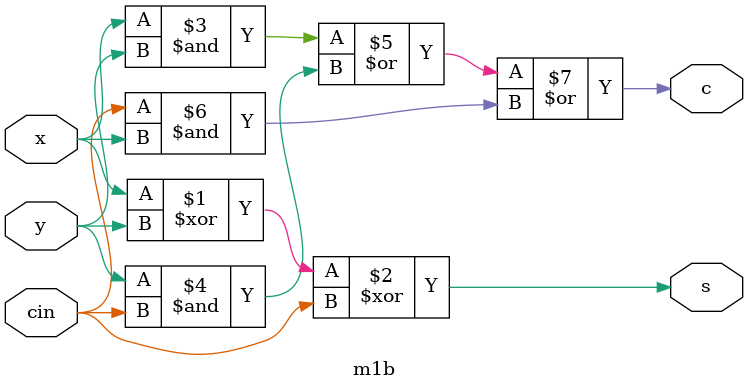
<source format=v>
module m1b(x,y,cin,s,c);
  input x,y,cin;
  output s,c;
  assign s=x^y^cin;
  assign c=(x & y)| (y & cin ) | (cin & x );
endmodule

</source>
